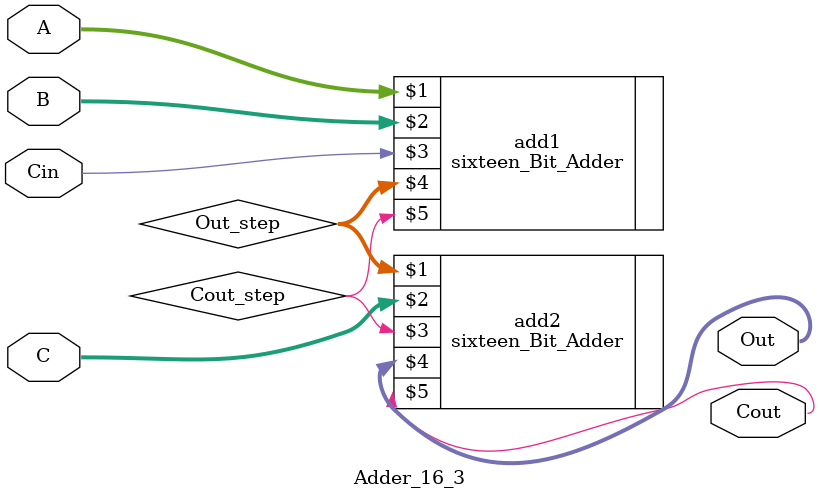
<source format=v>
`timescale 1ns / 1ps


module Adder_16_3(
    input [15:0] A,B,C,
    input Cin,
    output [15:0] Out,
    output Cout

    );
    wire [15:0] Out_step;
    wire Cout_step;
    sixteen_Bit_Adder add1(A,B,Cin,Out_step,Cout_step);
    sixteen_Bit_Adder add2(Out_step,C,Cout_step,Out,Cout);
endmodule

</source>
